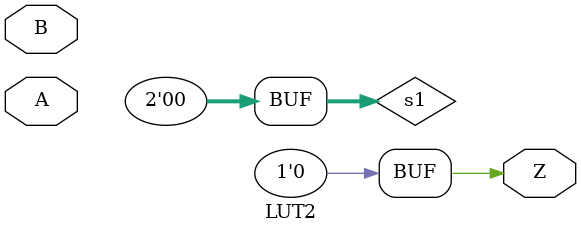
<source format=v>
`default_nettype none
module LUT2(input A, B, output Z);
    parameter [3:0] init = 4'h0;
    wire [1:0] s1 = B ?     init[ 3:2] :     init[1:0];
    assign Z =      A ?          s1[1] :         s1[0];
endmodule

</source>
